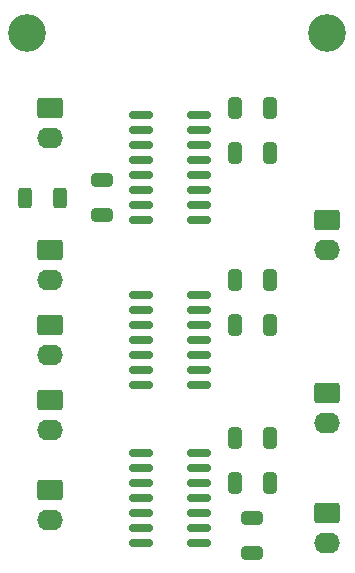
<source format=gbr>
%TF.GenerationSoftware,KiCad,Pcbnew,(6.0.1-0)*%
%TF.CreationDate,2024-04-12T07:51:11-04:00*%
%TF.ProjectId,Supertime External Trigger,53757065-7274-4696-9d65-204578746572,rev?*%
%TF.SameCoordinates,Original*%
%TF.FileFunction,Soldermask,Top*%
%TF.FilePolarity,Negative*%
%FSLAX46Y46*%
G04 Gerber Fmt 4.6, Leading zero omitted, Abs format (unit mm)*
G04 Created by KiCad (PCBNEW (6.0.1-0)) date 2024-04-12 07:51:11*
%MOMM*%
%LPD*%
G01*
G04 APERTURE LIST*
G04 Aperture macros list*
%AMRoundRect*
0 Rectangle with rounded corners*
0 $1 Rounding radius*
0 $2 $3 $4 $5 $6 $7 $8 $9 X,Y pos of 4 corners*
0 Add a 4 corners polygon primitive as box body*
4,1,4,$2,$3,$4,$5,$6,$7,$8,$9,$2,$3,0*
0 Add four circle primitives for the rounded corners*
1,1,$1+$1,$2,$3*
1,1,$1+$1,$4,$5*
1,1,$1+$1,$6,$7*
1,1,$1+$1,$8,$9*
0 Add four rect primitives between the rounded corners*
20,1,$1+$1,$2,$3,$4,$5,0*
20,1,$1+$1,$4,$5,$6,$7,0*
20,1,$1+$1,$6,$7,$8,$9,0*
20,1,$1+$1,$8,$9,$2,$3,0*%
G04 Aperture macros list end*
%ADD10RoundRect,0.250000X-0.845000X0.620000X-0.845000X-0.620000X0.845000X-0.620000X0.845000X0.620000X0*%
%ADD11O,2.190000X1.740000*%
%ADD12C,3.200000*%
%ADD13RoundRect,0.250000X-0.325000X-0.650000X0.325000X-0.650000X0.325000X0.650000X-0.325000X0.650000X0*%
%ADD14RoundRect,0.250000X-0.650000X0.325000X-0.650000X-0.325000X0.650000X-0.325000X0.650000X0.325000X0*%
%ADD15RoundRect,0.150000X-0.825000X-0.150000X0.825000X-0.150000X0.825000X0.150000X-0.825000X0.150000X0*%
%ADD16RoundRect,0.250000X-0.312500X-0.625000X0.312500X-0.625000X0.312500X0.625000X-0.312500X0.625000X0*%
G04 APERTURE END LIST*
D10*
%TO.C,Vcc1*%
X161290000Y-91440000D03*
D11*
X161290000Y-93980000D03*
%TD*%
D10*
%TO.C,STSORT1*%
X137795000Y-85725000D03*
D11*
X137795000Y-88265000D03*
%TD*%
D10*
%TO.C,1MHzOut1*%
X161290000Y-101600000D03*
D11*
X161290000Y-104140000D03*
%TD*%
D10*
%TO.C,STRS1*%
X137795000Y-92075000D03*
D11*
X137795000Y-94615000D03*
%TD*%
D10*
%TO.C,FPGA1*%
X137795000Y-79375000D03*
D11*
X137795000Y-81915000D03*
%TD*%
%TO.C,60HzOut1*%
X161290000Y-79375000D03*
D10*
X161290000Y-76835000D03*
%TD*%
%TO.C,60HzIN1*%
X137795000Y-67310000D03*
D11*
X137795000Y-69850000D03*
%TD*%
D10*
%TO.C,1MHz1*%
X137795000Y-99695000D03*
D11*
X137795000Y-102235000D03*
%TD*%
D12*
%TO.C,H2*%
X135890000Y-60960000D03*
%TD*%
%TO.C,H1*%
X161290000Y-60960000D03*
%TD*%
D13*
%TO.C,CP6*%
X153465000Y-99060000D03*
X156415000Y-99060000D03*
%TD*%
%TO.C,CP4*%
X153465000Y-85725000D03*
X156415000Y-85725000D03*
%TD*%
D14*
%TO.C,C2*%
X154940000Y-104980000D03*
X154940000Y-102030000D03*
%TD*%
%TO.C,C1*%
X142240000Y-76405000D03*
X142240000Y-73455000D03*
%TD*%
D15*
%TO.C,U3*%
X145480000Y-96520000D03*
X145480000Y-97790000D03*
X145480000Y-99060000D03*
X145480000Y-100330000D03*
X145480000Y-101600000D03*
X145480000Y-102870000D03*
X145480000Y-104140000D03*
X150430000Y-104140000D03*
X150430000Y-102870000D03*
X150430000Y-101600000D03*
X150430000Y-100330000D03*
X150430000Y-99060000D03*
X150430000Y-97790000D03*
X150430000Y-96520000D03*
%TD*%
D16*
%TO.C,R1*%
X138622500Y-74930000D03*
X135697500Y-74930000D03*
%TD*%
D13*
%TO.C,CP1*%
X156415000Y-67310000D03*
X153465000Y-67310000D03*
%TD*%
%TO.C,CP2*%
X156415000Y-71120000D03*
X153465000Y-71120000D03*
%TD*%
%TO.C,CP3*%
X153465000Y-81915000D03*
X156415000Y-81915000D03*
%TD*%
D15*
%TO.C,U1*%
X145480000Y-67945000D03*
X145480000Y-69215000D03*
X145480000Y-70485000D03*
X145480000Y-71755000D03*
X145480000Y-73025000D03*
X145480000Y-74295000D03*
X145480000Y-75565000D03*
X145480000Y-76835000D03*
X150430000Y-76835000D03*
X150430000Y-75565000D03*
X150430000Y-74295000D03*
X150430000Y-73025000D03*
X150430000Y-71755000D03*
X150430000Y-70485000D03*
X150430000Y-69215000D03*
X150430000Y-67945000D03*
%TD*%
%TO.C,U2*%
X150430000Y-83185000D03*
X150430000Y-84455000D03*
X150430000Y-85725000D03*
X150430000Y-86995000D03*
X150430000Y-88265000D03*
X150430000Y-89535000D03*
X150430000Y-90805000D03*
X145480000Y-90805000D03*
X145480000Y-89535000D03*
X145480000Y-88265000D03*
X145480000Y-86995000D03*
X145480000Y-85725000D03*
X145480000Y-84455000D03*
X145480000Y-83185000D03*
%TD*%
D13*
%TO.C,CP5*%
X153465000Y-95250000D03*
X156415000Y-95250000D03*
%TD*%
M02*

</source>
